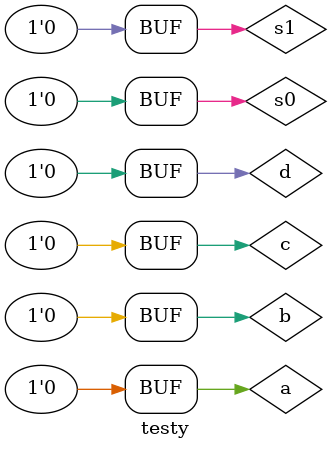
<source format=v>
`timescale 1ns / 1ps


module testy;

	// Inputs
	reg a;
	reg b;
	reg c;
	reg d;
	reg s0;
	reg s1;

	// Outputs
	wire out;

	// Instantiate the Unit Under Test (UUT)
	FourToOneMultiplexer uut (
		.a(a), 
		.b(b), 
		.c(c), 
		.d(d), 
		.s0(s0), 
		.s1(s1), 
		.out(out)
	);

	initial begin
		// Initialize Inputs
		a = 0;
		b = 0;
		c = 0;
		d = 0;
		s0 = 0;
		s1 = 0;

		// Wait 100 ns for global reset to finish
		#100;
        
		// Add stimulus here

	end
      
endmodule


</source>
